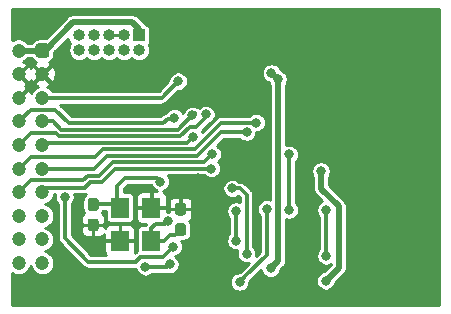
<source format=gbr>
%TF.GenerationSoftware,KiCad,Pcbnew,(5.1.7)-1*%
%TF.CreationDate,2020-11-11T21:59:56+01:00*%
%TF.ProjectId,rgb_ctrl_board,7267625f-6374-4726-9c5f-626f6172642e,rev?*%
%TF.SameCoordinates,Original*%
%TF.FileFunction,Copper,L2,Bot*%
%TF.FilePolarity,Positive*%
%FSLAX46Y46*%
G04 Gerber Fmt 4.6, Leading zero omitted, Abs format (unit mm)*
G04 Created by KiCad (PCBNEW (5.1.7)-1) date 2020-11-11 21:59:56*
%MOMM*%
%LPD*%
G01*
G04 APERTURE LIST*
%TA.AperFunction,ComponentPad*%
%ADD10O,1.000000X1.000000*%
%TD*%
%TA.AperFunction,ComponentPad*%
%ADD11R,1.000000X1.000000*%
%TD*%
%TA.AperFunction,SMDPad,CuDef*%
%ADD12R,1.540000X1.800000*%
%TD*%
%TA.AperFunction,ComponentPad*%
%ADD13C,1.200000*%
%TD*%
%TA.AperFunction,ViaPad*%
%ADD14C,0.800000*%
%TD*%
%TA.AperFunction,Conductor*%
%ADD15C,0.300000*%
%TD*%
%TA.AperFunction,Conductor*%
%ADD16C,0.500000*%
%TD*%
%TA.AperFunction,Conductor*%
%ADD17C,0.254000*%
%TD*%
%TA.AperFunction,Conductor*%
%ADD18C,0.100000*%
%TD*%
G04 APERTURE END LIST*
D10*
%TO.P,J3,10*%
%TO.N,/RESET*%
X117120000Y-110970000D03*
%TO.P,J3,9*%
%TO.N,GND*%
X117120000Y-109700000D03*
%TO.P,J3,8*%
%TO.N,N/C*%
X118390000Y-110970000D03*
%TO.P,J3,7*%
X118390000Y-109700000D03*
%TO.P,J3,6*%
X119660000Y-110970000D03*
%TO.P,J3,5*%
%TO.N,GND*%
X119660000Y-109700000D03*
%TO.P,J3,4*%
%TO.N,/SYS_SWCLK*%
X120930000Y-110970000D03*
%TO.P,J3,3*%
%TO.N,GND*%
X120930000Y-109700000D03*
%TO.P,J3,2*%
%TO.N,/SYS_SWDIO*%
X122200000Y-110970000D03*
D11*
%TO.P,J3,1*%
%TO.N,+3V3*%
X122200000Y-109700000D03*
%TD*%
D12*
%TO.P,Y1,4*%
%TO.N,GND*%
X120560000Y-127100000D03*
%TO.P,Y1,3*%
%TO.N,Net-(C16-Pad1)*%
X123240000Y-127100000D03*
%TO.P,Y1,2*%
%TO.N,GND*%
X123240000Y-124300000D03*
%TO.P,Y1,1*%
%TO.N,Net-(C15-Pad1)*%
X120560000Y-124300000D03*
%TD*%
%TO.P,C16,1*%
%TO.N,Net-(C16-Pad1)*%
%TA.AperFunction,SMDPad,CuDef*%
G36*
G01*
X125937500Y-126700000D02*
X125462500Y-126700000D01*
G75*
G02*
X125225000Y-126462500I0J237500D01*
G01*
X125225000Y-125862500D01*
G75*
G02*
X125462500Y-125625000I237500J0D01*
G01*
X125937500Y-125625000D01*
G75*
G02*
X126175000Y-125862500I0J-237500D01*
G01*
X126175000Y-126462500D01*
G75*
G02*
X125937500Y-126700000I-237500J0D01*
G01*
G37*
%TD.AperFunction*%
%TO.P,C16,2*%
%TO.N,GND*%
%TA.AperFunction,SMDPad,CuDef*%
G36*
G01*
X125937500Y-124975000D02*
X125462500Y-124975000D01*
G75*
G02*
X125225000Y-124737500I0J237500D01*
G01*
X125225000Y-124137500D01*
G75*
G02*
X125462500Y-123900000I237500J0D01*
G01*
X125937500Y-123900000D01*
G75*
G02*
X126175000Y-124137500I0J-237500D01*
G01*
X126175000Y-124737500D01*
G75*
G02*
X125937500Y-124975000I-237500J0D01*
G01*
G37*
%TD.AperFunction*%
%TD*%
%TO.P,C15,1*%
%TO.N,Net-(C15-Pad1)*%
%TA.AperFunction,SMDPad,CuDef*%
G36*
G01*
X118062500Y-123500000D02*
X118537500Y-123500000D01*
G75*
G02*
X118775000Y-123737500I0J-237500D01*
G01*
X118775000Y-124337500D01*
G75*
G02*
X118537500Y-124575000I-237500J0D01*
G01*
X118062500Y-124575000D01*
G75*
G02*
X117825000Y-124337500I0J237500D01*
G01*
X117825000Y-123737500D01*
G75*
G02*
X118062500Y-123500000I237500J0D01*
G01*
G37*
%TD.AperFunction*%
%TO.P,C15,2*%
%TO.N,GND*%
%TA.AperFunction,SMDPad,CuDef*%
G36*
G01*
X118062500Y-125225000D02*
X118537500Y-125225000D01*
G75*
G02*
X118775000Y-125462500I0J-237500D01*
G01*
X118775000Y-126062500D01*
G75*
G02*
X118537500Y-126300000I-237500J0D01*
G01*
X118062500Y-126300000D01*
G75*
G02*
X117825000Y-126062500I0J237500D01*
G01*
X117825000Y-125462500D01*
G75*
G02*
X118062500Y-125225000I237500J0D01*
G01*
G37*
%TD.AperFunction*%
%TD*%
D13*
%TO.P,J1,20*%
%TO.N,SCL1*%
X112000000Y-129000000D03*
%TO.P,J1,18*%
%TO.N,SCL2*%
X112000000Y-127000000D03*
%TO.P,J1,16*%
%TO.N,SCL3*%
X112000000Y-125000000D03*
%TO.P,J1,14*%
%TO.N,SCL4*%
X112000000Y-123000000D03*
%TO.P,J1,12*%
%TO.N,SCL5*%
X112000000Y-121000000D03*
%TO.P,J1,10*%
%TO.N,LED4*%
X112000000Y-119000000D03*
%TO.P,J1,8*%
%TO.N,LED2*%
X112000000Y-117000000D03*
%TO.P,J1,6*%
%TO.N,GND*%
X112000000Y-115000000D03*
%TO.P,J1,4*%
X112000000Y-113000000D03*
%TO.P,J1,2*%
%TO.N,+3V3*%
X112000000Y-111000000D03*
%TO.P,J1,19*%
%TO.N,SDA1*%
X114000000Y-129000000D03*
%TO.P,J1,17*%
%TO.N,SDA2*%
X114000000Y-127000000D03*
%TO.P,J1,15*%
%TO.N,SDA3*%
X114000000Y-125000000D03*
%TO.P,J1,13*%
%TO.N,SDA4*%
X114000000Y-123000000D03*
%TO.P,J1,11*%
%TO.N,SDA5*%
X114000000Y-121000000D03*
%TO.P,J1,9*%
%TO.N,LED5*%
X114000000Y-119000000D03*
%TO.P,J1,7*%
%TO.N,LED3*%
X114000000Y-117000000D03*
%TO.P,J1,5*%
%TO.N,LED1*%
X114000000Y-115000000D03*
%TO.P,J1,3*%
%TO.N,GND*%
X114000000Y-113000000D03*
%TO.P,J1,1*%
%TO.N,+3V3*%
%TA.AperFunction,ComponentPad*%
G36*
G01*
X113649999Y-110400000D02*
X114350001Y-110400000D01*
G75*
G02*
X114600000Y-110649999I0J-249999D01*
G01*
X114600000Y-111350001D01*
G75*
G02*
X114350001Y-111600000I-249999J0D01*
G01*
X113649999Y-111600000D01*
G75*
G02*
X113400000Y-111350001I0J249999D01*
G01*
X113400000Y-110649999D01*
G75*
G02*
X113649999Y-110400000I249999J0D01*
G01*
G37*
%TD.AperFunction*%
%TD*%
D14*
%TO.N,GND*%
X123500000Y-116300000D03*
X122200000Y-122800000D03*
X118500000Y-127700000D03*
X142500000Y-123800000D03*
X129400000Y-125400000D03*
X143000000Y-109000000D03*
X143000000Y-114000000D03*
X146000000Y-116000000D03*
X124000000Y-108000000D03*
X128000000Y-108000000D03*
X132000000Y-108000000D03*
X119000000Y-113000000D03*
X113000000Y-109000000D03*
X117000000Y-116000000D03*
X132000000Y-120000000D03*
X113000000Y-131000000D03*
X116000000Y-131000000D03*
X119000000Y-131000000D03*
X126000000Y-132000000D03*
X131000000Y-132000000D03*
X136000000Y-132000000D03*
X136000000Y-126000000D03*
X140000000Y-132000000D03*
X144000000Y-132000000D03*
X147000000Y-132000000D03*
X139700000Y-121500000D03*
X128000000Y-110800000D03*
X147000000Y-108000000D03*
X131500000Y-113200000D03*
X131862500Y-115837500D03*
X127200000Y-121800000D03*
X129700000Y-123700000D03*
X132200000Y-125800000D03*
X136300000Y-116800000D03*
%TO.N,Net-(C1-Pad1)*%
X134900000Y-124500000D03*
X134900000Y-119800000D03*
X138000000Y-130500000D03*
X137600000Y-121200000D03*
%TO.N,+3V3*%
X133400000Y-112900000D03*
X133950000Y-113450000D03*
X133347500Y-129447500D03*
X124800000Y-129100000D03*
X122732487Y-129310599D03*
%TO.N,/RESET*%
X125100000Y-127600000D03*
X115899990Y-123400000D03*
%TO.N,SCL4*%
X128380721Y-119780721D03*
%TO.N,SCL5*%
X132100000Y-117100000D03*
%TO.N,LED4*%
X127835326Y-116415139D03*
%TO.N,LED2*%
X125175000Y-116700000D03*
%TO.N,SDA4*%
X128300000Y-121000000D03*
%TO.N,SDA5*%
X131300000Y-117900000D03*
%TO.N,LED5*%
X126784110Y-118284110D03*
%TO.N,LED3*%
X126700000Y-116500000D03*
%TO.N,LED1*%
X125500000Y-113600000D03*
%TO.N,Net-(R2-Pad2)*%
X133000000Y-124400000D03*
X130700000Y-130600000D03*
%TO.N,Net-(R6-Pad1)*%
X138015686Y-124484314D03*
X138015686Y-128384314D03*
%TO.N,/USART1_Rx*%
X130075000Y-122675000D03*
X131300000Y-128200000D03*
%TO.N,/USART1_TX*%
X130400000Y-127100000D03*
X130400000Y-124600000D03*
%TO.N,Net-(C15-Pad1)*%
X124000000Y-122100000D03*
%TO.N,Net-(C16-Pad1)*%
X124599980Y-125472810D03*
%TD*%
D15*
%TO.N,GND*%
X120840000Y-127400000D02*
X120840000Y-127270000D01*
%TO.N,Net-(C1-Pad1)*%
X134900000Y-124500000D02*
X134900000Y-119800000D01*
D16*
X138000000Y-130500000D02*
X139100000Y-129400000D01*
X139100000Y-129400000D02*
X139100000Y-124200000D01*
X139100000Y-124200000D02*
X137600000Y-122700000D01*
X137600000Y-122700000D02*
X137600000Y-121200000D01*
%TO.N,+3V3*%
X112000000Y-111000000D02*
X114000000Y-111000000D01*
X114000000Y-111000000D02*
X114200000Y-111000000D01*
X121600000Y-108600000D02*
X122200000Y-109200000D01*
X122200000Y-109200000D02*
X122200000Y-109700000D01*
X116600000Y-108600000D02*
X121600000Y-108600000D01*
X114200000Y-111000000D02*
X116600000Y-108600000D01*
X133400000Y-112900000D02*
X133950000Y-113450000D01*
X133352500Y-129447500D02*
X133347500Y-129447500D01*
X133950000Y-128850000D02*
X133352500Y-129447500D01*
X133950000Y-113450000D02*
X133950000Y-128850000D01*
D15*
X124589401Y-129310599D02*
X124800000Y-129100000D01*
X122732487Y-129310599D02*
X124589401Y-129310599D01*
%TO.N,/RESET*%
X115899990Y-125499990D02*
X115899990Y-123400000D01*
X115899990Y-126899990D02*
X115899990Y-125499990D01*
X117900000Y-128900000D02*
X115899990Y-126899990D01*
X121900000Y-128900000D02*
X117900000Y-128900000D01*
X122289402Y-128510598D02*
X121900000Y-128900000D01*
X124189402Y-128510598D02*
X122289402Y-128510598D01*
X125100000Y-127600000D02*
X124189402Y-128510598D01*
%TO.N,SCL4*%
X127711453Y-120449989D02*
X128380721Y-119780721D01*
X118814355Y-121599978D02*
X119964344Y-120449989D01*
X117842780Y-121599978D02*
X118814355Y-121599978D01*
X117442758Y-122000000D02*
X117842780Y-121599978D01*
X113000000Y-122000000D02*
X117442758Y-122000000D01*
X112000000Y-123000000D02*
X113000000Y-122000000D01*
X119964344Y-120449989D02*
X127711453Y-120449989D01*
%TO.N,SCL5*%
X112000000Y-121000000D02*
X113000000Y-120000000D01*
X113000000Y-120000000D02*
X118500000Y-120000000D01*
X119150033Y-119349967D02*
X126902257Y-119349967D01*
X126902257Y-119349967D02*
X129152224Y-117100000D01*
X118500000Y-120000000D02*
X119150033Y-119349967D01*
X129152224Y-117100000D02*
X132100000Y-117100000D01*
%TO.N,LED4*%
X127249990Y-117250010D02*
X128100000Y-116400000D01*
X127835326Y-116415139D02*
X127835326Y-116664674D01*
X127500000Y-117000000D02*
X127249990Y-117250010D01*
X127835326Y-116664674D02*
X127500000Y-117000000D01*
X115372112Y-118249945D02*
X125686889Y-118249945D01*
X115122167Y-118000000D02*
X115372112Y-118249945D01*
X113000000Y-118000000D02*
X115122167Y-118000000D01*
X112000000Y-119000000D02*
X113000000Y-118000000D01*
X126468417Y-117468417D02*
X127031583Y-117468417D01*
X127031583Y-117468417D02*
X127249990Y-117250010D01*
X125686889Y-118249945D02*
X126468417Y-117468417D01*
%TO.N,LED2*%
X125175000Y-116800000D02*
X124600000Y-116800000D01*
X113000000Y-116000000D02*
X112000000Y-117000000D01*
X124250077Y-117149923D02*
X116249923Y-117149923D01*
X115100000Y-116000000D02*
X113000000Y-116000000D01*
X124600000Y-116800000D02*
X124250077Y-117149923D01*
X116249923Y-117149923D02*
X115100000Y-116000000D01*
%TO.N,SDA4*%
X128300000Y-121000000D02*
X120192166Y-121000000D01*
X117620592Y-122599999D02*
X114400001Y-122599999D01*
X114400001Y-122599999D02*
X114000000Y-123000000D01*
X120192166Y-121000000D02*
X119042177Y-122149989D01*
X119042177Y-122149989D02*
X118070602Y-122149989D01*
X118070602Y-122149989D02*
X117620592Y-122599999D01*
%TO.N,SDA5*%
X129130057Y-117900000D02*
X127130079Y-119899978D01*
X131300000Y-117900000D02*
X129130057Y-117900000D01*
X127130079Y-119899978D02*
X119500022Y-119899978D01*
X119500022Y-119899978D02*
X118400000Y-121000000D01*
X118400000Y-121000000D02*
X114000000Y-121000000D01*
%TO.N,LED5*%
X126268264Y-118799956D02*
X126784110Y-118284110D01*
X114200044Y-118799956D02*
X126268264Y-118799956D01*
X114000000Y-119000000D02*
X114200044Y-118799956D01*
%TO.N,LED3*%
X126859002Y-116300000D02*
X125459068Y-117699934D01*
X114900000Y-117000000D02*
X114000000Y-117000000D01*
X125459068Y-117699934D02*
X115599934Y-117699934D01*
X126900000Y-116300000D02*
X126859002Y-116300000D01*
X115599934Y-117699934D02*
X114900000Y-117000000D01*
%TO.N,LED1*%
X124100000Y-115000000D02*
X114000000Y-115000000D01*
X125500000Y-113600000D02*
X124100000Y-115000000D01*
%TO.N,Net-(R2-Pad2)*%
X133000000Y-124400000D02*
X133000000Y-128300000D01*
X133000000Y-128300000D02*
X131200000Y-130100000D01*
X131200000Y-130100000D02*
X130700000Y-130600000D01*
%TO.N,Net-(R6-Pad1)*%
X138015686Y-124484314D02*
X138015686Y-128384314D01*
%TO.N,/USART1_Rx*%
X131300000Y-124600000D02*
X131300000Y-123200000D01*
X131300000Y-124600000D02*
X131300000Y-128200000D01*
X130775000Y-122675000D02*
X130075000Y-122675000D01*
X131300000Y-123200000D02*
X130775000Y-122675000D01*
%TO.N,/USART1_TX*%
X130400000Y-124500000D02*
X130400000Y-124600000D01*
X130400000Y-127100000D02*
X130400000Y-124600000D01*
%TO.N,Net-(C15-Pad1)*%
X118400000Y-124037500D02*
X120322500Y-124037500D01*
X120360000Y-124300000D02*
X120360000Y-122440000D01*
X120360000Y-122440000D02*
X121000000Y-121800000D01*
X123700000Y-121800000D02*
X124000000Y-122100000D01*
X121000000Y-121800000D02*
X123700000Y-121800000D01*
%TO.N,Net-(C16-Pad1)*%
X124300000Y-127100000D02*
X123040000Y-127100000D01*
X124599980Y-125472810D02*
X124372790Y-125700000D01*
X124372790Y-125700000D02*
X123600000Y-125700000D01*
X123240000Y-126060000D02*
X123240000Y-127100000D01*
X123600000Y-125700000D02*
X123240000Y-126060000D01*
X125262500Y-126600000D02*
X125700000Y-126162500D01*
X124800000Y-126600000D02*
X125262500Y-126600000D01*
X124800000Y-126600000D02*
X124300000Y-127100000D01*
%TD*%
D17*
%TO.N,GND*%
X147548000Y-132548000D02*
X111452000Y-132548000D01*
X111452000Y-129869000D01*
X111513533Y-129910115D01*
X111700435Y-129987533D01*
X111898849Y-130027000D01*
X112101151Y-130027000D01*
X112299565Y-129987533D01*
X112486467Y-129910115D01*
X112654674Y-129797723D01*
X112797723Y-129654674D01*
X112910115Y-129486467D01*
X112987533Y-129299565D01*
X113000000Y-129236889D01*
X113012467Y-129299565D01*
X113089885Y-129486467D01*
X113202277Y-129654674D01*
X113345326Y-129797723D01*
X113513533Y-129910115D01*
X113700435Y-129987533D01*
X113898849Y-130027000D01*
X114101151Y-130027000D01*
X114299565Y-129987533D01*
X114486467Y-129910115D01*
X114654674Y-129797723D01*
X114797723Y-129654674D01*
X114910115Y-129486467D01*
X114987533Y-129299565D01*
X115027000Y-129101151D01*
X115027000Y-128898849D01*
X114987533Y-128700435D01*
X114910115Y-128513533D01*
X114797723Y-128345326D01*
X114654674Y-128202277D01*
X114486467Y-128089885D01*
X114299565Y-128012467D01*
X114236889Y-128000000D01*
X114299565Y-127987533D01*
X114486467Y-127910115D01*
X114654674Y-127797723D01*
X114797723Y-127654674D01*
X114910115Y-127486467D01*
X114987533Y-127299565D01*
X115027000Y-127101151D01*
X115027000Y-126898849D01*
X114987533Y-126700435D01*
X114910115Y-126513533D01*
X114797723Y-126345326D01*
X114654674Y-126202277D01*
X114486467Y-126089885D01*
X114299565Y-126012467D01*
X114236889Y-126000000D01*
X114299565Y-125987533D01*
X114486467Y-125910115D01*
X114654674Y-125797723D01*
X114797723Y-125654674D01*
X114910115Y-125486467D01*
X114987533Y-125299565D01*
X115027000Y-125101151D01*
X115027000Y-124898849D01*
X114987533Y-124700435D01*
X114910115Y-124513533D01*
X114797723Y-124345326D01*
X114654674Y-124202277D01*
X114486467Y-124089885D01*
X114299565Y-124012467D01*
X114236889Y-124000000D01*
X114299565Y-123987533D01*
X114486467Y-123910115D01*
X114654674Y-123797723D01*
X114797723Y-123654674D01*
X114910115Y-123486467D01*
X114987533Y-123299565D01*
X115011913Y-123176999D01*
X115101147Y-123176999D01*
X115072990Y-123318548D01*
X115072990Y-123481452D01*
X115104772Y-123641227D01*
X115167113Y-123791731D01*
X115257618Y-123927181D01*
X115322991Y-123992554D01*
X115322990Y-125528325D01*
X115322991Y-125528335D01*
X115322990Y-126871659D01*
X115320200Y-126899990D01*
X115331339Y-127013101D01*
X115336875Y-127031349D01*
X115364333Y-127121865D01*
X115417911Y-127222104D01*
X115490016Y-127309964D01*
X115512028Y-127328029D01*
X117471965Y-129287967D01*
X117490026Y-129309974D01*
X117512033Y-129328035D01*
X117512035Y-129328037D01*
X117528107Y-129341227D01*
X117577885Y-129382079D01*
X117678124Y-129435657D01*
X117786888Y-129468650D01*
X117871664Y-129477000D01*
X117871670Y-129477000D01*
X117899999Y-129479790D01*
X117928328Y-129477000D01*
X121871669Y-129477000D01*
X121900000Y-129479790D01*
X121922499Y-129477574D01*
X121937269Y-129551826D01*
X121999610Y-129702330D01*
X122090115Y-129837780D01*
X122205306Y-129952971D01*
X122340756Y-130043476D01*
X122491260Y-130105817D01*
X122651035Y-130137599D01*
X122813939Y-130137599D01*
X122973714Y-130105817D01*
X123124218Y-130043476D01*
X123259668Y-129952971D01*
X123325040Y-129887599D01*
X124540379Y-129887599D01*
X124558773Y-129895218D01*
X124718548Y-129927000D01*
X124881452Y-129927000D01*
X125041227Y-129895218D01*
X125191731Y-129832877D01*
X125327181Y-129742372D01*
X125442372Y-129627181D01*
X125532877Y-129491731D01*
X125595218Y-129341227D01*
X125627000Y-129181452D01*
X125627000Y-129018548D01*
X125595218Y-128858773D01*
X125532877Y-128708269D01*
X125442372Y-128572819D01*
X125327181Y-128457628D01*
X125258427Y-128411688D01*
X125341227Y-128395218D01*
X125491731Y-128332877D01*
X125627181Y-128242372D01*
X125742372Y-128127181D01*
X125832877Y-127991731D01*
X125895218Y-127841227D01*
X125927000Y-127681452D01*
X125927000Y-127518548D01*
X125895218Y-127358773D01*
X125832877Y-127208269D01*
X125779955Y-127129066D01*
X125937500Y-127129066D01*
X126067541Y-127116258D01*
X126192584Y-127078327D01*
X126307824Y-127016729D01*
X126408833Y-126933833D01*
X126491729Y-126832824D01*
X126553327Y-126717584D01*
X126591258Y-126592541D01*
X126604066Y-126462500D01*
X126604066Y-125862500D01*
X126591258Y-125732459D01*
X126553327Y-125607416D01*
X126491729Y-125492176D01*
X126441009Y-125430374D01*
X126469202Y-125415305D01*
X126549448Y-125349448D01*
X126615305Y-125269202D01*
X126664240Y-125177650D01*
X126694375Y-125078310D01*
X126704550Y-124975000D01*
X126702000Y-124592250D01*
X126570250Y-124460500D01*
X125723000Y-124460500D01*
X125723000Y-124480500D01*
X125677000Y-124480500D01*
X125677000Y-124460500D01*
X124829750Y-124460500D01*
X124698000Y-124592250D01*
X124697622Y-124649030D01*
X124681432Y-124645810D01*
X124537654Y-124645810D01*
X124537000Y-124454750D01*
X124405250Y-124323000D01*
X123263000Y-124323000D01*
X123263000Y-124343000D01*
X123217000Y-124343000D01*
X123217000Y-124323000D01*
X122074750Y-124323000D01*
X121943000Y-124454750D01*
X121940450Y-125200000D01*
X121950625Y-125303310D01*
X121980760Y-125402650D01*
X122029695Y-125494202D01*
X122095552Y-125574448D01*
X122175798Y-125640305D01*
X122267350Y-125689240D01*
X122366690Y-125719375D01*
X122470000Y-125729550D01*
X122765768Y-125728324D01*
X122757921Y-125737886D01*
X122740257Y-125770934D01*
X122470000Y-125770934D01*
X122386293Y-125779178D01*
X122305804Y-125803595D01*
X122231624Y-125843245D01*
X122166605Y-125896605D01*
X122113245Y-125961624D01*
X122073595Y-126035804D01*
X122049178Y-126116293D01*
X122040934Y-126200000D01*
X122040934Y-127989154D01*
X121967287Y-128028519D01*
X121879428Y-128100624D01*
X121861365Y-128122634D01*
X121835739Y-128148260D01*
X121849375Y-128103310D01*
X121859550Y-128000000D01*
X121857000Y-127254750D01*
X121725250Y-127123000D01*
X120583000Y-127123000D01*
X120583000Y-127143000D01*
X120537000Y-127143000D01*
X120537000Y-127123000D01*
X119394750Y-127123000D01*
X119263000Y-127254750D01*
X119260450Y-128000000D01*
X119270625Y-128103310D01*
X119300760Y-128202650D01*
X119349695Y-128294202D01*
X119373329Y-128323000D01*
X118139002Y-128323000D01*
X116476990Y-126660989D01*
X116476990Y-126300000D01*
X117295450Y-126300000D01*
X117305625Y-126403310D01*
X117335760Y-126502650D01*
X117384695Y-126594202D01*
X117450552Y-126674448D01*
X117530798Y-126740305D01*
X117622350Y-126789240D01*
X117721690Y-126819375D01*
X117825000Y-126829550D01*
X118145250Y-126827000D01*
X118277000Y-126695250D01*
X118277000Y-125785500D01*
X118323000Y-125785500D01*
X118323000Y-126695250D01*
X118454750Y-126827000D01*
X118775000Y-126829550D01*
X118878310Y-126819375D01*
X118977650Y-126789240D01*
X119069202Y-126740305D01*
X119149448Y-126674448D01*
X119215305Y-126594202D01*
X119261503Y-126507770D01*
X119263000Y-126945250D01*
X119394750Y-127077000D01*
X120537000Y-127077000D01*
X120537000Y-125804750D01*
X120583000Y-125804750D01*
X120583000Y-127077000D01*
X121725250Y-127077000D01*
X121857000Y-126945250D01*
X121859550Y-126200000D01*
X121849375Y-126096690D01*
X121819240Y-125997350D01*
X121770305Y-125905798D01*
X121704448Y-125825552D01*
X121624202Y-125759695D01*
X121532650Y-125710760D01*
X121433310Y-125680625D01*
X121330000Y-125670450D01*
X120714750Y-125673000D01*
X120583000Y-125804750D01*
X120537000Y-125804750D01*
X120405250Y-125673000D01*
X119790000Y-125670450D01*
X119686690Y-125680625D01*
X119587350Y-125710760D01*
X119495798Y-125759695D01*
X119415552Y-125825552D01*
X119349695Y-125905798D01*
X119302512Y-125994073D01*
X119302000Y-125917250D01*
X119170250Y-125785500D01*
X118323000Y-125785500D01*
X118277000Y-125785500D01*
X117429750Y-125785500D01*
X117298000Y-125917250D01*
X117295450Y-126300000D01*
X116476990Y-126300000D01*
X116476990Y-123992553D01*
X116542362Y-123927181D01*
X116632867Y-123791731D01*
X116695208Y-123641227D01*
X116726990Y-123481452D01*
X116726990Y-123318548D01*
X116698833Y-123176999D01*
X117592261Y-123176999D01*
X117620592Y-123179789D01*
X117648923Y-123176999D01*
X117648928Y-123176999D01*
X117678637Y-123174073D01*
X117716329Y-123170361D01*
X117692176Y-123183271D01*
X117591167Y-123266167D01*
X117508271Y-123367176D01*
X117446673Y-123482416D01*
X117408742Y-123607459D01*
X117395934Y-123737500D01*
X117395934Y-124337500D01*
X117408742Y-124467541D01*
X117446673Y-124592584D01*
X117508271Y-124707824D01*
X117558991Y-124769626D01*
X117530798Y-124784695D01*
X117450552Y-124850552D01*
X117384695Y-124930798D01*
X117335760Y-125022350D01*
X117305625Y-125121690D01*
X117295450Y-125225000D01*
X117298000Y-125607750D01*
X117429750Y-125739500D01*
X118277000Y-125739500D01*
X118277000Y-125719500D01*
X118323000Y-125719500D01*
X118323000Y-125739500D01*
X119170250Y-125739500D01*
X119302000Y-125607750D01*
X119304550Y-125225000D01*
X119294375Y-125121690D01*
X119264240Y-125022350D01*
X119215305Y-124930798D01*
X119149448Y-124850552D01*
X119069202Y-124784695D01*
X119041009Y-124769626D01*
X119091729Y-124707824D01*
X119141612Y-124614500D01*
X119360934Y-124614500D01*
X119360934Y-125200000D01*
X119369178Y-125283707D01*
X119393595Y-125364196D01*
X119433245Y-125438376D01*
X119486605Y-125503395D01*
X119551624Y-125556755D01*
X119625804Y-125596405D01*
X119706293Y-125620822D01*
X119790000Y-125629066D01*
X121330000Y-125629066D01*
X121413707Y-125620822D01*
X121494196Y-125596405D01*
X121568376Y-125556755D01*
X121633395Y-125503395D01*
X121686755Y-125438376D01*
X121726405Y-125364196D01*
X121750822Y-125283707D01*
X121759066Y-125200000D01*
X121759066Y-123400000D01*
X121940450Y-123400000D01*
X121943000Y-124145250D01*
X122074750Y-124277000D01*
X123217000Y-124277000D01*
X123217000Y-123004750D01*
X123085250Y-122873000D01*
X122470000Y-122870450D01*
X122366690Y-122880625D01*
X122267350Y-122910760D01*
X122175798Y-122959695D01*
X122095552Y-123025552D01*
X122029695Y-123105798D01*
X121980760Y-123197350D01*
X121950625Y-123296690D01*
X121940450Y-123400000D01*
X121759066Y-123400000D01*
X121750822Y-123316293D01*
X121726405Y-123235804D01*
X121686755Y-123161624D01*
X121633395Y-123096605D01*
X121568376Y-123043245D01*
X121494196Y-123003595D01*
X121413707Y-122979178D01*
X121330000Y-122970934D01*
X120937000Y-122970934D01*
X120937000Y-122679001D01*
X121239001Y-122377000D01*
X123219600Y-122377000D01*
X123267123Y-122491731D01*
X123357628Y-122627181D01*
X123472819Y-122742372D01*
X123608269Y-122832877D01*
X123702059Y-122871726D01*
X123394750Y-122873000D01*
X123263000Y-123004750D01*
X123263000Y-124277000D01*
X124405250Y-124277000D01*
X124537000Y-124145250D01*
X124537839Y-123900000D01*
X124695450Y-123900000D01*
X124698000Y-124282750D01*
X124829750Y-124414500D01*
X125677000Y-124414500D01*
X125677000Y-123504750D01*
X125723000Y-123504750D01*
X125723000Y-124414500D01*
X126570250Y-124414500D01*
X126702000Y-124282750D01*
X126704550Y-123900000D01*
X126694375Y-123796690D01*
X126664240Y-123697350D01*
X126615305Y-123605798D01*
X126549448Y-123525552D01*
X126469202Y-123459695D01*
X126377650Y-123410760D01*
X126278310Y-123380625D01*
X126175000Y-123370450D01*
X125854750Y-123373000D01*
X125723000Y-123504750D01*
X125677000Y-123504750D01*
X125545250Y-123373000D01*
X125225000Y-123370450D01*
X125121690Y-123380625D01*
X125022350Y-123410760D01*
X124930798Y-123459695D01*
X124850552Y-123525552D01*
X124784695Y-123605798D01*
X124735760Y-123697350D01*
X124705625Y-123796690D01*
X124695450Y-123900000D01*
X124537839Y-123900000D01*
X124539550Y-123400000D01*
X124529375Y-123296690D01*
X124499240Y-123197350D01*
X124450305Y-123105798D01*
X124384448Y-123025552D01*
X124304202Y-122959695D01*
X124212650Y-122910760D01*
X124193024Y-122904806D01*
X124241227Y-122895218D01*
X124391731Y-122832877D01*
X124527181Y-122742372D01*
X124642372Y-122627181D01*
X124664844Y-122593548D01*
X129248000Y-122593548D01*
X129248000Y-122756452D01*
X129279782Y-122916227D01*
X129342123Y-123066731D01*
X129432628Y-123202181D01*
X129547819Y-123317372D01*
X129683269Y-123407877D01*
X129833773Y-123470218D01*
X129993548Y-123502000D01*
X130156452Y-123502000D01*
X130316227Y-123470218D01*
X130466731Y-123407877D01*
X130601695Y-123317697D01*
X130723001Y-123439002D01*
X130723001Y-123838654D01*
X130641227Y-123804782D01*
X130481452Y-123773000D01*
X130318548Y-123773000D01*
X130158773Y-123804782D01*
X130008269Y-123867123D01*
X129872819Y-123957628D01*
X129757628Y-124072819D01*
X129667123Y-124208269D01*
X129604782Y-124358773D01*
X129573000Y-124518548D01*
X129573000Y-124681452D01*
X129604782Y-124841227D01*
X129667123Y-124991731D01*
X129757628Y-125127181D01*
X129823001Y-125192554D01*
X129823000Y-126507447D01*
X129757628Y-126572819D01*
X129667123Y-126708269D01*
X129604782Y-126858773D01*
X129573000Y-127018548D01*
X129573000Y-127181452D01*
X129604782Y-127341227D01*
X129667123Y-127491731D01*
X129757628Y-127627181D01*
X129872819Y-127742372D01*
X130008269Y-127832877D01*
X130158773Y-127895218D01*
X130318548Y-127927000D01*
X130481452Y-127927000D01*
X130521219Y-127919090D01*
X130504782Y-127958773D01*
X130473000Y-128118548D01*
X130473000Y-128281452D01*
X130504782Y-128441227D01*
X130567123Y-128591731D01*
X130657628Y-128727181D01*
X130772819Y-128842372D01*
X130908269Y-128932877D01*
X131058773Y-128995218D01*
X131218548Y-129027000D01*
X131381452Y-129027000D01*
X131475758Y-129008241D01*
X130710999Y-129773000D01*
X130618548Y-129773000D01*
X130458773Y-129804782D01*
X130308269Y-129867123D01*
X130172819Y-129957628D01*
X130057628Y-130072819D01*
X129967123Y-130208269D01*
X129904782Y-130358773D01*
X129873000Y-130518548D01*
X129873000Y-130681452D01*
X129904782Y-130841227D01*
X129967123Y-130991731D01*
X130057628Y-131127181D01*
X130172819Y-131242372D01*
X130308269Y-131332877D01*
X130458773Y-131395218D01*
X130618548Y-131427000D01*
X130781452Y-131427000D01*
X130941227Y-131395218D01*
X131091731Y-131332877D01*
X131227181Y-131242372D01*
X131342372Y-131127181D01*
X131432877Y-130991731D01*
X131495218Y-130841227D01*
X131527000Y-130681452D01*
X131527000Y-130589001D01*
X132531541Y-129584460D01*
X132552282Y-129688727D01*
X132614623Y-129839231D01*
X132705128Y-129974681D01*
X132820319Y-130089872D01*
X132955769Y-130180377D01*
X133106273Y-130242718D01*
X133266048Y-130274500D01*
X133428952Y-130274500D01*
X133588727Y-130242718D01*
X133739231Y-130180377D01*
X133874681Y-130089872D01*
X133989872Y-129974681D01*
X134080377Y-129839231D01*
X134142718Y-129688727D01*
X134161099Y-129596324D01*
X134405201Y-129352222D01*
X134431027Y-129331027D01*
X134456848Y-129299565D01*
X134515628Y-129227941D01*
X134578492Y-129110330D01*
X134617204Y-128982715D01*
X134630275Y-128850000D01*
X134627000Y-128816748D01*
X134627000Y-125282057D01*
X134658773Y-125295218D01*
X134818548Y-125327000D01*
X134981452Y-125327000D01*
X135141227Y-125295218D01*
X135291731Y-125232877D01*
X135427181Y-125142372D01*
X135542372Y-125027181D01*
X135632877Y-124891731D01*
X135695218Y-124741227D01*
X135727000Y-124581452D01*
X135727000Y-124418548D01*
X135695218Y-124258773D01*
X135632877Y-124108269D01*
X135542372Y-123972819D01*
X135477000Y-123907447D01*
X135477000Y-121118548D01*
X136773000Y-121118548D01*
X136773000Y-121281452D01*
X136804782Y-121441227D01*
X136867123Y-121591731D01*
X136923001Y-121675358D01*
X136923000Y-122666755D01*
X136919726Y-122700000D01*
X136923000Y-122733245D01*
X136923000Y-122733251D01*
X136931729Y-122821876D01*
X136932796Y-122832714D01*
X136971508Y-122960329D01*
X137034372Y-123077940D01*
X137081739Y-123135656D01*
X137118973Y-123181026D01*
X137144800Y-123202222D01*
X137673495Y-123730917D01*
X137623955Y-123751437D01*
X137488505Y-123841942D01*
X137373314Y-123957133D01*
X137282809Y-124092583D01*
X137220468Y-124243087D01*
X137188686Y-124402862D01*
X137188686Y-124565766D01*
X137220468Y-124725541D01*
X137282809Y-124876045D01*
X137373314Y-125011495D01*
X137438686Y-125076867D01*
X137438687Y-127791760D01*
X137373314Y-127857133D01*
X137282809Y-127992583D01*
X137220468Y-128143087D01*
X137188686Y-128302862D01*
X137188686Y-128465766D01*
X137220468Y-128625541D01*
X137282809Y-128776045D01*
X137373314Y-128911495D01*
X137488505Y-129026686D01*
X137623955Y-129117191D01*
X137774459Y-129179532D01*
X137934234Y-129211314D01*
X138097138Y-129211314D01*
X138256913Y-129179532D01*
X138407417Y-129117191D01*
X138423000Y-129106779D01*
X138423000Y-129119577D01*
X137857418Y-129685160D01*
X137758773Y-129704782D01*
X137608269Y-129767123D01*
X137472819Y-129857628D01*
X137357628Y-129972819D01*
X137267123Y-130108269D01*
X137204782Y-130258773D01*
X137173000Y-130418548D01*
X137173000Y-130581452D01*
X137204782Y-130741227D01*
X137267123Y-130891731D01*
X137357628Y-131027181D01*
X137472819Y-131142372D01*
X137608269Y-131232877D01*
X137758773Y-131295218D01*
X137918548Y-131327000D01*
X138081452Y-131327000D01*
X138241227Y-131295218D01*
X138391731Y-131232877D01*
X138527181Y-131142372D01*
X138642372Y-131027181D01*
X138732877Y-130891731D01*
X138795218Y-130741227D01*
X138814840Y-130642582D01*
X139555205Y-129902217D01*
X139581026Y-129881027D01*
X139602218Y-129855205D01*
X139602224Y-129855199D01*
X139665628Y-129777941D01*
X139728492Y-129660330D01*
X139767204Y-129532715D01*
X139771759Y-129486467D01*
X139777000Y-129433252D01*
X139777000Y-129433245D01*
X139780274Y-129400000D01*
X139777000Y-129366755D01*
X139777000Y-124233241D01*
X139780274Y-124199999D01*
X139777000Y-124166757D01*
X139777000Y-124166748D01*
X139767204Y-124067285D01*
X139728492Y-123939670D01*
X139665628Y-123822059D01*
X139581027Y-123718973D01*
X139555196Y-123697774D01*
X138277000Y-122419578D01*
X138277000Y-121675357D01*
X138332877Y-121591731D01*
X138395218Y-121441227D01*
X138427000Y-121281452D01*
X138427000Y-121118548D01*
X138395218Y-120958773D01*
X138332877Y-120808269D01*
X138242372Y-120672819D01*
X138127181Y-120557628D01*
X137991731Y-120467123D01*
X137841227Y-120404782D01*
X137681452Y-120373000D01*
X137518548Y-120373000D01*
X137358773Y-120404782D01*
X137208269Y-120467123D01*
X137072819Y-120557628D01*
X136957628Y-120672819D01*
X136867123Y-120808269D01*
X136804782Y-120958773D01*
X136773000Y-121118548D01*
X135477000Y-121118548D01*
X135477000Y-120392553D01*
X135542372Y-120327181D01*
X135632877Y-120191731D01*
X135695218Y-120041227D01*
X135727000Y-119881452D01*
X135727000Y-119718548D01*
X135695218Y-119558773D01*
X135632877Y-119408269D01*
X135542372Y-119272819D01*
X135427181Y-119157628D01*
X135291731Y-119067123D01*
X135141227Y-119004782D01*
X134981452Y-118973000D01*
X134818548Y-118973000D01*
X134658773Y-119004782D01*
X134627000Y-119017943D01*
X134627000Y-113925357D01*
X134682877Y-113841731D01*
X134745218Y-113691227D01*
X134777000Y-113531452D01*
X134777000Y-113368548D01*
X134745218Y-113208773D01*
X134682877Y-113058269D01*
X134592372Y-112922819D01*
X134477181Y-112807628D01*
X134341731Y-112717123D01*
X134194049Y-112655951D01*
X134132877Y-112508269D01*
X134042372Y-112372819D01*
X133927181Y-112257628D01*
X133791731Y-112167123D01*
X133641227Y-112104782D01*
X133481452Y-112073000D01*
X133318548Y-112073000D01*
X133158773Y-112104782D01*
X133008269Y-112167123D01*
X132872819Y-112257628D01*
X132757628Y-112372819D01*
X132667123Y-112508269D01*
X132604782Y-112658773D01*
X132573000Y-112818548D01*
X132573000Y-112981452D01*
X132604782Y-113141227D01*
X132667123Y-113291731D01*
X132757628Y-113427181D01*
X132872819Y-113542372D01*
X133008269Y-113632877D01*
X133155951Y-113694049D01*
X133217123Y-113841731D01*
X133273000Y-113925357D01*
X133273001Y-123617943D01*
X133241227Y-123604782D01*
X133081452Y-123573000D01*
X132918548Y-123573000D01*
X132758773Y-123604782D01*
X132608269Y-123667123D01*
X132472819Y-123757628D01*
X132357628Y-123872819D01*
X132267123Y-124008269D01*
X132204782Y-124158773D01*
X132173000Y-124318548D01*
X132173000Y-124481452D01*
X132204782Y-124641227D01*
X132267123Y-124791731D01*
X132357628Y-124927181D01*
X132423000Y-124992553D01*
X132423001Y-128060998D01*
X132108241Y-128375758D01*
X132127000Y-128281452D01*
X132127000Y-128118548D01*
X132095218Y-127958773D01*
X132032877Y-127808269D01*
X131942372Y-127672819D01*
X131877000Y-127607447D01*
X131877000Y-123228328D01*
X131879790Y-123199999D01*
X131877000Y-123171670D01*
X131877000Y-123171664D01*
X131868650Y-123086888D01*
X131835657Y-122978124D01*
X131782079Y-122877885D01*
X131709974Y-122790026D01*
X131687967Y-122771965D01*
X131203039Y-122287038D01*
X131184974Y-122265026D01*
X131097115Y-122192921D01*
X130996876Y-122139343D01*
X130926257Y-122117921D01*
X130888111Y-122106349D01*
X130833045Y-122100926D01*
X130803336Y-122098000D01*
X130803331Y-122098000D01*
X130775000Y-122095210D01*
X130746669Y-122098000D01*
X130667553Y-122098000D01*
X130602181Y-122032628D01*
X130466731Y-121942123D01*
X130316227Y-121879782D01*
X130156452Y-121848000D01*
X129993548Y-121848000D01*
X129833773Y-121879782D01*
X129683269Y-121942123D01*
X129547819Y-122032628D01*
X129432628Y-122147819D01*
X129342123Y-122283269D01*
X129279782Y-122433773D01*
X129248000Y-122593548D01*
X124664844Y-122593548D01*
X124732877Y-122491731D01*
X124795218Y-122341227D01*
X124827000Y-122181452D01*
X124827000Y-122018548D01*
X124795218Y-121858773D01*
X124732877Y-121708269D01*
X124645166Y-121577000D01*
X127707447Y-121577000D01*
X127772819Y-121642372D01*
X127908269Y-121732877D01*
X128058773Y-121795218D01*
X128218548Y-121827000D01*
X128381452Y-121827000D01*
X128541227Y-121795218D01*
X128691731Y-121732877D01*
X128827181Y-121642372D01*
X128942372Y-121527181D01*
X129032877Y-121391731D01*
X129095218Y-121241227D01*
X129127000Y-121081452D01*
X129127000Y-120918548D01*
X129095218Y-120758773D01*
X129032877Y-120608269D01*
X128942372Y-120472819D01*
X128898757Y-120429204D01*
X128907902Y-120423093D01*
X129023093Y-120307902D01*
X129113598Y-120172452D01*
X129175939Y-120021948D01*
X129207721Y-119862173D01*
X129207721Y-119699269D01*
X129175939Y-119539494D01*
X129113598Y-119388990D01*
X129023093Y-119253540D01*
X128907902Y-119138349D01*
X128787896Y-119058163D01*
X129369059Y-118477000D01*
X130707447Y-118477000D01*
X130772819Y-118542372D01*
X130908269Y-118632877D01*
X131058773Y-118695218D01*
X131218548Y-118727000D01*
X131381452Y-118727000D01*
X131541227Y-118695218D01*
X131691731Y-118632877D01*
X131827181Y-118542372D01*
X131942372Y-118427181D01*
X132032877Y-118291731D01*
X132095218Y-118141227D01*
X132127000Y-117981452D01*
X132127000Y-117927000D01*
X132181452Y-117927000D01*
X132341227Y-117895218D01*
X132491731Y-117832877D01*
X132627181Y-117742372D01*
X132742372Y-117627181D01*
X132832877Y-117491731D01*
X132895218Y-117341227D01*
X132927000Y-117181452D01*
X132927000Y-117018548D01*
X132895218Y-116858773D01*
X132832877Y-116708269D01*
X132742372Y-116572819D01*
X132627181Y-116457628D01*
X132491731Y-116367123D01*
X132341227Y-116304782D01*
X132181452Y-116273000D01*
X132018548Y-116273000D01*
X131858773Y-116304782D01*
X131708269Y-116367123D01*
X131572819Y-116457628D01*
X131507447Y-116523000D01*
X129180555Y-116523000D01*
X129152224Y-116520210D01*
X129123893Y-116523000D01*
X129123888Y-116523000D01*
X129097110Y-116525637D01*
X129039112Y-116531349D01*
X128975006Y-116550796D01*
X128930348Y-116564343D01*
X128830109Y-116617921D01*
X128742250Y-116690026D01*
X128724185Y-116712038D01*
X127524853Y-117911370D01*
X127516987Y-117892379D01*
X127479590Y-117836411D01*
X128126215Y-117189786D01*
X128227057Y-117148016D01*
X128362507Y-117057511D01*
X128477698Y-116942320D01*
X128568203Y-116806870D01*
X128630544Y-116656366D01*
X128640734Y-116605136D01*
X128668651Y-116513112D01*
X128679791Y-116400000D01*
X128668651Y-116286889D01*
X128635656Y-116178124D01*
X128620694Y-116150131D01*
X128568203Y-116023408D01*
X128477698Y-115887958D01*
X128362507Y-115772767D01*
X128227057Y-115682262D01*
X128076553Y-115619921D01*
X127916778Y-115588139D01*
X127753874Y-115588139D01*
X127594099Y-115619921D01*
X127443595Y-115682262D01*
X127308145Y-115772767D01*
X127244566Y-115836346D01*
X127222115Y-115817921D01*
X127121876Y-115764343D01*
X127013112Y-115731350D01*
X127002952Y-115730349D01*
X126941227Y-115704782D01*
X126781452Y-115673000D01*
X126618548Y-115673000D01*
X126458773Y-115704782D01*
X126308269Y-115767123D01*
X126172819Y-115857628D01*
X126057628Y-115972819D01*
X125967123Y-116108269D01*
X125904782Y-116258773D01*
X125897905Y-116293345D01*
X125817372Y-116172819D01*
X125702181Y-116057628D01*
X125566731Y-115967123D01*
X125416227Y-115904782D01*
X125256452Y-115873000D01*
X125093548Y-115873000D01*
X124933773Y-115904782D01*
X124783269Y-115967123D01*
X124647819Y-116057628D01*
X124532628Y-116172819D01*
X124493987Y-116230650D01*
X124486888Y-116231349D01*
X124422782Y-116250796D01*
X124378124Y-116264343D01*
X124277885Y-116317921D01*
X124190026Y-116390026D01*
X124171957Y-116412043D01*
X124011076Y-116572923D01*
X116488924Y-116572923D01*
X115528039Y-115612038D01*
X115509974Y-115590026D01*
X115494102Y-115577000D01*
X124071669Y-115577000D01*
X124100000Y-115579790D01*
X124128331Y-115577000D01*
X124128336Y-115577000D01*
X124158045Y-115574074D01*
X124213111Y-115568651D01*
X124257770Y-115555103D01*
X124321876Y-115535657D01*
X124422115Y-115482079D01*
X124509974Y-115409974D01*
X124528039Y-115387962D01*
X125489002Y-114427000D01*
X125581452Y-114427000D01*
X125741227Y-114395218D01*
X125891731Y-114332877D01*
X126027181Y-114242372D01*
X126142372Y-114127181D01*
X126232877Y-113991731D01*
X126295218Y-113841227D01*
X126327000Y-113681452D01*
X126327000Y-113518548D01*
X126295218Y-113358773D01*
X126232877Y-113208269D01*
X126142372Y-113072819D01*
X126027181Y-112957628D01*
X125891731Y-112867123D01*
X125741227Y-112804782D01*
X125581452Y-112773000D01*
X125418548Y-112773000D01*
X125258773Y-112804782D01*
X125108269Y-112867123D01*
X124972819Y-112957628D01*
X124857628Y-113072819D01*
X124767123Y-113208269D01*
X124704782Y-113358773D01*
X124673000Y-113518548D01*
X124673000Y-113610998D01*
X123860999Y-114423000D01*
X114849623Y-114423000D01*
X114797723Y-114345326D01*
X114654674Y-114202277D01*
X114486467Y-114089885D01*
X114405760Y-114056455D01*
X114413459Y-114054278D01*
X114611195Y-113953358D01*
X114646895Y-113929504D01*
X114691154Y-113723681D01*
X114000000Y-113032527D01*
X113308846Y-113723681D01*
X113353105Y-113929504D01*
X113546873Y-114037847D01*
X113598645Y-114054630D01*
X113513533Y-114089885D01*
X113345326Y-114202277D01*
X113202277Y-114345326D01*
X113089885Y-114513533D01*
X113056455Y-114594240D01*
X113054278Y-114586541D01*
X112953358Y-114388805D01*
X112929504Y-114353105D01*
X112723681Y-114308846D01*
X112032527Y-115000000D01*
X112046669Y-115014142D01*
X112014142Y-115046669D01*
X112000000Y-115032527D01*
X111985858Y-115046669D01*
X111953331Y-115014142D01*
X111967473Y-115000000D01*
X111953331Y-114985858D01*
X111985858Y-114953331D01*
X112000000Y-114967473D01*
X112691154Y-114276319D01*
X112646895Y-114070496D01*
X112520334Y-113999731D01*
X112611195Y-113953358D01*
X112646895Y-113929504D01*
X112691154Y-113723681D01*
X112000000Y-113032527D01*
X111985858Y-113046669D01*
X111953331Y-113014142D01*
X111967473Y-113000000D01*
X112032527Y-113000000D01*
X112723681Y-113691154D01*
X112929504Y-113646895D01*
X113000269Y-113520334D01*
X113046642Y-113611195D01*
X113070496Y-113646895D01*
X113276319Y-113691154D01*
X113967473Y-113000000D01*
X114032527Y-113000000D01*
X114723681Y-113691154D01*
X114929504Y-113646895D01*
X115037847Y-113453127D01*
X115106305Y-113241946D01*
X115132249Y-113021468D01*
X115114682Y-112800165D01*
X115054278Y-112586541D01*
X114953358Y-112388805D01*
X114929504Y-112353105D01*
X114723681Y-112308846D01*
X114032527Y-113000000D01*
X113967473Y-113000000D01*
X113276319Y-112308846D01*
X113070496Y-112353105D01*
X112999731Y-112479666D01*
X112953358Y-112388805D01*
X112929504Y-112353105D01*
X112723681Y-112308846D01*
X112032527Y-113000000D01*
X111967473Y-113000000D01*
X111953331Y-112985858D01*
X111985858Y-112953331D01*
X112000000Y-112967473D01*
X112691154Y-112276319D01*
X112646895Y-112070496D01*
X112453127Y-111962153D01*
X112401355Y-111945370D01*
X112486467Y-111910115D01*
X112654674Y-111797723D01*
X112775397Y-111677000D01*
X113058508Y-111677000D01*
X113085377Y-111727269D01*
X113169828Y-111830172D01*
X113272731Y-111914623D01*
X113390132Y-111977375D01*
X113474423Y-112002945D01*
X113388805Y-112046642D01*
X113353105Y-112070496D01*
X113308846Y-112276319D01*
X114000000Y-112967473D01*
X114691154Y-112276319D01*
X114646895Y-112070496D01*
X114525904Y-112002845D01*
X114609868Y-111977375D01*
X114727269Y-111914623D01*
X114830172Y-111830172D01*
X114914623Y-111727269D01*
X114977375Y-111609868D01*
X115016018Y-111482480D01*
X115029066Y-111350001D01*
X115029066Y-111128356D01*
X116146001Y-110011422D01*
X116164678Y-110076952D01*
X116256574Y-110256083D01*
X116378974Y-110410468D01*
X116298504Y-110530901D01*
X116228624Y-110699604D01*
X116193000Y-110878699D01*
X116193000Y-111061301D01*
X116228624Y-111240396D01*
X116298504Y-111409099D01*
X116399952Y-111560928D01*
X116529072Y-111690048D01*
X116680901Y-111791496D01*
X116849604Y-111861376D01*
X117028699Y-111897000D01*
X117211301Y-111897000D01*
X117390396Y-111861376D01*
X117559099Y-111791496D01*
X117710928Y-111690048D01*
X117755000Y-111645976D01*
X117799072Y-111690048D01*
X117950901Y-111791496D01*
X118119604Y-111861376D01*
X118298699Y-111897000D01*
X118481301Y-111897000D01*
X118660396Y-111861376D01*
X118829099Y-111791496D01*
X118980928Y-111690048D01*
X119025000Y-111645976D01*
X119069072Y-111690048D01*
X119220901Y-111791496D01*
X119389604Y-111861376D01*
X119568699Y-111897000D01*
X119751301Y-111897000D01*
X119930396Y-111861376D01*
X120099099Y-111791496D01*
X120250928Y-111690048D01*
X120295000Y-111645976D01*
X120339072Y-111690048D01*
X120490901Y-111791496D01*
X120659604Y-111861376D01*
X120838699Y-111897000D01*
X121021301Y-111897000D01*
X121200396Y-111861376D01*
X121369099Y-111791496D01*
X121520928Y-111690048D01*
X121565000Y-111645976D01*
X121609072Y-111690048D01*
X121760901Y-111791496D01*
X121929604Y-111861376D01*
X122108699Y-111897000D01*
X122291301Y-111897000D01*
X122470396Y-111861376D01*
X122639099Y-111791496D01*
X122790928Y-111690048D01*
X122920048Y-111560928D01*
X123021496Y-111409099D01*
X123091376Y-111240396D01*
X123127000Y-111061301D01*
X123127000Y-110878699D01*
X123091376Y-110699604D01*
X123021496Y-110530901D01*
X123003216Y-110503542D01*
X123003395Y-110503395D01*
X123056755Y-110438376D01*
X123096405Y-110364196D01*
X123120822Y-110283707D01*
X123129066Y-110200000D01*
X123129066Y-109200000D01*
X123120822Y-109116293D01*
X123096405Y-109035804D01*
X123056755Y-108961624D01*
X123003395Y-108896605D01*
X122938376Y-108843245D01*
X122864196Y-108803595D01*
X122783707Y-108779178D01*
X122725751Y-108773470D01*
X122681026Y-108718973D01*
X122655200Y-108697778D01*
X122102226Y-108144804D01*
X122081027Y-108118973D01*
X121977941Y-108034372D01*
X121860330Y-107971508D01*
X121732715Y-107932796D01*
X121633252Y-107923000D01*
X121633245Y-107923000D01*
X121600000Y-107919726D01*
X121566755Y-107923000D01*
X116633252Y-107923000D01*
X116600000Y-107919725D01*
X116566748Y-107923000D01*
X116467285Y-107932796D01*
X116339670Y-107971508D01*
X116222059Y-108034372D01*
X116118973Y-108118973D01*
X116097778Y-108144799D01*
X114271644Y-109970934D01*
X113649999Y-109970934D01*
X113517520Y-109983982D01*
X113390132Y-110022625D01*
X113272731Y-110085377D01*
X113169828Y-110169828D01*
X113085377Y-110272731D01*
X113058508Y-110323000D01*
X112775397Y-110323000D01*
X112654674Y-110202277D01*
X112486467Y-110089885D01*
X112299565Y-110012467D01*
X112101151Y-109973000D01*
X111898849Y-109973000D01*
X111700435Y-110012467D01*
X111513533Y-110089885D01*
X111452000Y-110131000D01*
X111452000Y-107452000D01*
X147548001Y-107452000D01*
X147548000Y-132548000D01*
%TA.AperFunction,Conductor*%
D18*
G36*
X147548000Y-132548000D02*
G01*
X111452000Y-132548000D01*
X111452000Y-129869000D01*
X111513533Y-129910115D01*
X111700435Y-129987533D01*
X111898849Y-130027000D01*
X112101151Y-130027000D01*
X112299565Y-129987533D01*
X112486467Y-129910115D01*
X112654674Y-129797723D01*
X112797723Y-129654674D01*
X112910115Y-129486467D01*
X112987533Y-129299565D01*
X113000000Y-129236889D01*
X113012467Y-129299565D01*
X113089885Y-129486467D01*
X113202277Y-129654674D01*
X113345326Y-129797723D01*
X113513533Y-129910115D01*
X113700435Y-129987533D01*
X113898849Y-130027000D01*
X114101151Y-130027000D01*
X114299565Y-129987533D01*
X114486467Y-129910115D01*
X114654674Y-129797723D01*
X114797723Y-129654674D01*
X114910115Y-129486467D01*
X114987533Y-129299565D01*
X115027000Y-129101151D01*
X115027000Y-128898849D01*
X114987533Y-128700435D01*
X114910115Y-128513533D01*
X114797723Y-128345326D01*
X114654674Y-128202277D01*
X114486467Y-128089885D01*
X114299565Y-128012467D01*
X114236889Y-128000000D01*
X114299565Y-127987533D01*
X114486467Y-127910115D01*
X114654674Y-127797723D01*
X114797723Y-127654674D01*
X114910115Y-127486467D01*
X114987533Y-127299565D01*
X115027000Y-127101151D01*
X115027000Y-126898849D01*
X114987533Y-126700435D01*
X114910115Y-126513533D01*
X114797723Y-126345326D01*
X114654674Y-126202277D01*
X114486467Y-126089885D01*
X114299565Y-126012467D01*
X114236889Y-126000000D01*
X114299565Y-125987533D01*
X114486467Y-125910115D01*
X114654674Y-125797723D01*
X114797723Y-125654674D01*
X114910115Y-125486467D01*
X114987533Y-125299565D01*
X115027000Y-125101151D01*
X115027000Y-124898849D01*
X114987533Y-124700435D01*
X114910115Y-124513533D01*
X114797723Y-124345326D01*
X114654674Y-124202277D01*
X114486467Y-124089885D01*
X114299565Y-124012467D01*
X114236889Y-124000000D01*
X114299565Y-123987533D01*
X114486467Y-123910115D01*
X114654674Y-123797723D01*
X114797723Y-123654674D01*
X114910115Y-123486467D01*
X114987533Y-123299565D01*
X115011913Y-123176999D01*
X115101147Y-123176999D01*
X115072990Y-123318548D01*
X115072990Y-123481452D01*
X115104772Y-123641227D01*
X115167113Y-123791731D01*
X115257618Y-123927181D01*
X115322991Y-123992554D01*
X115322990Y-125528325D01*
X115322991Y-125528335D01*
X115322990Y-126871659D01*
X115320200Y-126899990D01*
X115331339Y-127013101D01*
X115336875Y-127031349D01*
X115364333Y-127121865D01*
X115417911Y-127222104D01*
X115490016Y-127309964D01*
X115512028Y-127328029D01*
X117471965Y-129287967D01*
X117490026Y-129309974D01*
X117512033Y-129328035D01*
X117512035Y-129328037D01*
X117528107Y-129341227D01*
X117577885Y-129382079D01*
X117678124Y-129435657D01*
X117786888Y-129468650D01*
X117871664Y-129477000D01*
X117871670Y-129477000D01*
X117899999Y-129479790D01*
X117928328Y-129477000D01*
X121871669Y-129477000D01*
X121900000Y-129479790D01*
X121922499Y-129477574D01*
X121937269Y-129551826D01*
X121999610Y-129702330D01*
X122090115Y-129837780D01*
X122205306Y-129952971D01*
X122340756Y-130043476D01*
X122491260Y-130105817D01*
X122651035Y-130137599D01*
X122813939Y-130137599D01*
X122973714Y-130105817D01*
X123124218Y-130043476D01*
X123259668Y-129952971D01*
X123325040Y-129887599D01*
X124540379Y-129887599D01*
X124558773Y-129895218D01*
X124718548Y-129927000D01*
X124881452Y-129927000D01*
X125041227Y-129895218D01*
X125191731Y-129832877D01*
X125327181Y-129742372D01*
X125442372Y-129627181D01*
X125532877Y-129491731D01*
X125595218Y-129341227D01*
X125627000Y-129181452D01*
X125627000Y-129018548D01*
X125595218Y-128858773D01*
X125532877Y-128708269D01*
X125442372Y-128572819D01*
X125327181Y-128457628D01*
X125258427Y-128411688D01*
X125341227Y-128395218D01*
X125491731Y-128332877D01*
X125627181Y-128242372D01*
X125742372Y-128127181D01*
X125832877Y-127991731D01*
X125895218Y-127841227D01*
X125927000Y-127681452D01*
X125927000Y-127518548D01*
X125895218Y-127358773D01*
X125832877Y-127208269D01*
X125779955Y-127129066D01*
X125937500Y-127129066D01*
X126067541Y-127116258D01*
X126192584Y-127078327D01*
X126307824Y-127016729D01*
X126408833Y-126933833D01*
X126491729Y-126832824D01*
X126553327Y-126717584D01*
X126591258Y-126592541D01*
X126604066Y-126462500D01*
X126604066Y-125862500D01*
X126591258Y-125732459D01*
X126553327Y-125607416D01*
X126491729Y-125492176D01*
X126441009Y-125430374D01*
X126469202Y-125415305D01*
X126549448Y-125349448D01*
X126615305Y-125269202D01*
X126664240Y-125177650D01*
X126694375Y-125078310D01*
X126704550Y-124975000D01*
X126702000Y-124592250D01*
X126570250Y-124460500D01*
X125723000Y-124460500D01*
X125723000Y-124480500D01*
X125677000Y-124480500D01*
X125677000Y-124460500D01*
X124829750Y-124460500D01*
X124698000Y-124592250D01*
X124697622Y-124649030D01*
X124681432Y-124645810D01*
X124537654Y-124645810D01*
X124537000Y-124454750D01*
X124405250Y-124323000D01*
X123263000Y-124323000D01*
X123263000Y-124343000D01*
X123217000Y-124343000D01*
X123217000Y-124323000D01*
X122074750Y-124323000D01*
X121943000Y-124454750D01*
X121940450Y-125200000D01*
X121950625Y-125303310D01*
X121980760Y-125402650D01*
X122029695Y-125494202D01*
X122095552Y-125574448D01*
X122175798Y-125640305D01*
X122267350Y-125689240D01*
X122366690Y-125719375D01*
X122470000Y-125729550D01*
X122765768Y-125728324D01*
X122757921Y-125737886D01*
X122740257Y-125770934D01*
X122470000Y-125770934D01*
X122386293Y-125779178D01*
X122305804Y-125803595D01*
X122231624Y-125843245D01*
X122166605Y-125896605D01*
X122113245Y-125961624D01*
X122073595Y-126035804D01*
X122049178Y-126116293D01*
X122040934Y-126200000D01*
X122040934Y-127989154D01*
X121967287Y-128028519D01*
X121879428Y-128100624D01*
X121861365Y-128122634D01*
X121835739Y-128148260D01*
X121849375Y-128103310D01*
X121859550Y-128000000D01*
X121857000Y-127254750D01*
X121725250Y-127123000D01*
X120583000Y-127123000D01*
X120583000Y-127143000D01*
X120537000Y-127143000D01*
X120537000Y-127123000D01*
X119394750Y-127123000D01*
X119263000Y-127254750D01*
X119260450Y-128000000D01*
X119270625Y-128103310D01*
X119300760Y-128202650D01*
X119349695Y-128294202D01*
X119373329Y-128323000D01*
X118139002Y-128323000D01*
X116476990Y-126660989D01*
X116476990Y-126300000D01*
X117295450Y-126300000D01*
X117305625Y-126403310D01*
X117335760Y-126502650D01*
X117384695Y-126594202D01*
X117450552Y-126674448D01*
X117530798Y-126740305D01*
X117622350Y-126789240D01*
X117721690Y-126819375D01*
X117825000Y-126829550D01*
X118145250Y-126827000D01*
X118277000Y-126695250D01*
X118277000Y-125785500D01*
X118323000Y-125785500D01*
X118323000Y-126695250D01*
X118454750Y-126827000D01*
X118775000Y-126829550D01*
X118878310Y-126819375D01*
X118977650Y-126789240D01*
X119069202Y-126740305D01*
X119149448Y-126674448D01*
X119215305Y-126594202D01*
X119261503Y-126507770D01*
X119263000Y-126945250D01*
X119394750Y-127077000D01*
X120537000Y-127077000D01*
X120537000Y-125804750D01*
X120583000Y-125804750D01*
X120583000Y-127077000D01*
X121725250Y-127077000D01*
X121857000Y-126945250D01*
X121859550Y-126200000D01*
X121849375Y-126096690D01*
X121819240Y-125997350D01*
X121770305Y-125905798D01*
X121704448Y-125825552D01*
X121624202Y-125759695D01*
X121532650Y-125710760D01*
X121433310Y-125680625D01*
X121330000Y-125670450D01*
X120714750Y-125673000D01*
X120583000Y-125804750D01*
X120537000Y-125804750D01*
X120405250Y-125673000D01*
X119790000Y-125670450D01*
X119686690Y-125680625D01*
X119587350Y-125710760D01*
X119495798Y-125759695D01*
X119415552Y-125825552D01*
X119349695Y-125905798D01*
X119302512Y-125994073D01*
X119302000Y-125917250D01*
X119170250Y-125785500D01*
X118323000Y-125785500D01*
X118277000Y-125785500D01*
X117429750Y-125785500D01*
X117298000Y-125917250D01*
X117295450Y-126300000D01*
X116476990Y-126300000D01*
X116476990Y-123992553D01*
X116542362Y-123927181D01*
X116632867Y-123791731D01*
X116695208Y-123641227D01*
X116726990Y-123481452D01*
X116726990Y-123318548D01*
X116698833Y-123176999D01*
X117592261Y-123176999D01*
X117620592Y-123179789D01*
X117648923Y-123176999D01*
X117648928Y-123176999D01*
X117678637Y-123174073D01*
X117716329Y-123170361D01*
X117692176Y-123183271D01*
X117591167Y-123266167D01*
X117508271Y-123367176D01*
X117446673Y-123482416D01*
X117408742Y-123607459D01*
X117395934Y-123737500D01*
X117395934Y-124337500D01*
X117408742Y-124467541D01*
X117446673Y-124592584D01*
X117508271Y-124707824D01*
X117558991Y-124769626D01*
X117530798Y-124784695D01*
X117450552Y-124850552D01*
X117384695Y-124930798D01*
X117335760Y-125022350D01*
X117305625Y-125121690D01*
X117295450Y-125225000D01*
X117298000Y-125607750D01*
X117429750Y-125739500D01*
X118277000Y-125739500D01*
X118277000Y-125719500D01*
X118323000Y-125719500D01*
X118323000Y-125739500D01*
X119170250Y-125739500D01*
X119302000Y-125607750D01*
X119304550Y-125225000D01*
X119294375Y-125121690D01*
X119264240Y-125022350D01*
X119215305Y-124930798D01*
X119149448Y-124850552D01*
X119069202Y-124784695D01*
X119041009Y-124769626D01*
X119091729Y-124707824D01*
X119141612Y-124614500D01*
X119360934Y-124614500D01*
X119360934Y-125200000D01*
X119369178Y-125283707D01*
X119393595Y-125364196D01*
X119433245Y-125438376D01*
X119486605Y-125503395D01*
X119551624Y-125556755D01*
X119625804Y-125596405D01*
X119706293Y-125620822D01*
X119790000Y-125629066D01*
X121330000Y-125629066D01*
X121413707Y-125620822D01*
X121494196Y-125596405D01*
X121568376Y-125556755D01*
X121633395Y-125503395D01*
X121686755Y-125438376D01*
X121726405Y-125364196D01*
X121750822Y-125283707D01*
X121759066Y-125200000D01*
X121759066Y-123400000D01*
X121940450Y-123400000D01*
X121943000Y-124145250D01*
X122074750Y-124277000D01*
X123217000Y-124277000D01*
X123217000Y-123004750D01*
X123085250Y-122873000D01*
X122470000Y-122870450D01*
X122366690Y-122880625D01*
X122267350Y-122910760D01*
X122175798Y-122959695D01*
X122095552Y-123025552D01*
X122029695Y-123105798D01*
X121980760Y-123197350D01*
X121950625Y-123296690D01*
X121940450Y-123400000D01*
X121759066Y-123400000D01*
X121750822Y-123316293D01*
X121726405Y-123235804D01*
X121686755Y-123161624D01*
X121633395Y-123096605D01*
X121568376Y-123043245D01*
X121494196Y-123003595D01*
X121413707Y-122979178D01*
X121330000Y-122970934D01*
X120937000Y-122970934D01*
X120937000Y-122679001D01*
X121239001Y-122377000D01*
X123219600Y-122377000D01*
X123267123Y-122491731D01*
X123357628Y-122627181D01*
X123472819Y-122742372D01*
X123608269Y-122832877D01*
X123702059Y-122871726D01*
X123394750Y-122873000D01*
X123263000Y-123004750D01*
X123263000Y-124277000D01*
X124405250Y-124277000D01*
X124537000Y-124145250D01*
X124537839Y-123900000D01*
X124695450Y-123900000D01*
X124698000Y-124282750D01*
X124829750Y-124414500D01*
X125677000Y-124414500D01*
X125677000Y-123504750D01*
X125723000Y-123504750D01*
X125723000Y-124414500D01*
X126570250Y-124414500D01*
X126702000Y-124282750D01*
X126704550Y-123900000D01*
X126694375Y-123796690D01*
X126664240Y-123697350D01*
X126615305Y-123605798D01*
X126549448Y-123525552D01*
X126469202Y-123459695D01*
X126377650Y-123410760D01*
X126278310Y-123380625D01*
X126175000Y-123370450D01*
X125854750Y-123373000D01*
X125723000Y-123504750D01*
X125677000Y-123504750D01*
X125545250Y-123373000D01*
X125225000Y-123370450D01*
X125121690Y-123380625D01*
X125022350Y-123410760D01*
X124930798Y-123459695D01*
X124850552Y-123525552D01*
X124784695Y-123605798D01*
X124735760Y-123697350D01*
X124705625Y-123796690D01*
X124695450Y-123900000D01*
X124537839Y-123900000D01*
X124539550Y-123400000D01*
X124529375Y-123296690D01*
X124499240Y-123197350D01*
X124450305Y-123105798D01*
X124384448Y-123025552D01*
X124304202Y-122959695D01*
X124212650Y-122910760D01*
X124193024Y-122904806D01*
X124241227Y-122895218D01*
X124391731Y-122832877D01*
X124527181Y-122742372D01*
X124642372Y-122627181D01*
X124664844Y-122593548D01*
X129248000Y-122593548D01*
X129248000Y-122756452D01*
X129279782Y-122916227D01*
X129342123Y-123066731D01*
X129432628Y-123202181D01*
X129547819Y-123317372D01*
X129683269Y-123407877D01*
X129833773Y-123470218D01*
X129993548Y-123502000D01*
X130156452Y-123502000D01*
X130316227Y-123470218D01*
X130466731Y-123407877D01*
X130601695Y-123317697D01*
X130723001Y-123439002D01*
X130723001Y-123838654D01*
X130641227Y-123804782D01*
X130481452Y-123773000D01*
X130318548Y-123773000D01*
X130158773Y-123804782D01*
X130008269Y-123867123D01*
X129872819Y-123957628D01*
X129757628Y-124072819D01*
X129667123Y-124208269D01*
X129604782Y-124358773D01*
X129573000Y-124518548D01*
X129573000Y-124681452D01*
X129604782Y-124841227D01*
X129667123Y-124991731D01*
X129757628Y-125127181D01*
X129823001Y-125192554D01*
X129823000Y-126507447D01*
X129757628Y-126572819D01*
X129667123Y-126708269D01*
X129604782Y-126858773D01*
X129573000Y-127018548D01*
X129573000Y-127181452D01*
X129604782Y-127341227D01*
X129667123Y-127491731D01*
X129757628Y-127627181D01*
X129872819Y-127742372D01*
X130008269Y-127832877D01*
X130158773Y-127895218D01*
X130318548Y-127927000D01*
X130481452Y-127927000D01*
X130521219Y-127919090D01*
X130504782Y-127958773D01*
X130473000Y-128118548D01*
X130473000Y-128281452D01*
X130504782Y-128441227D01*
X130567123Y-128591731D01*
X130657628Y-128727181D01*
X130772819Y-128842372D01*
X130908269Y-128932877D01*
X131058773Y-128995218D01*
X131218548Y-129027000D01*
X131381452Y-129027000D01*
X131475758Y-129008241D01*
X130710999Y-129773000D01*
X130618548Y-129773000D01*
X130458773Y-129804782D01*
X130308269Y-129867123D01*
X130172819Y-129957628D01*
X130057628Y-130072819D01*
X129967123Y-130208269D01*
X129904782Y-130358773D01*
X129873000Y-130518548D01*
X129873000Y-130681452D01*
X129904782Y-130841227D01*
X129967123Y-130991731D01*
X130057628Y-131127181D01*
X130172819Y-131242372D01*
X130308269Y-131332877D01*
X130458773Y-131395218D01*
X130618548Y-131427000D01*
X130781452Y-131427000D01*
X130941227Y-131395218D01*
X131091731Y-131332877D01*
X131227181Y-131242372D01*
X131342372Y-131127181D01*
X131432877Y-130991731D01*
X131495218Y-130841227D01*
X131527000Y-130681452D01*
X131527000Y-130589001D01*
X132531541Y-129584460D01*
X132552282Y-129688727D01*
X132614623Y-129839231D01*
X132705128Y-129974681D01*
X132820319Y-130089872D01*
X132955769Y-130180377D01*
X133106273Y-130242718D01*
X133266048Y-130274500D01*
X133428952Y-130274500D01*
X133588727Y-130242718D01*
X133739231Y-130180377D01*
X133874681Y-130089872D01*
X133989872Y-129974681D01*
X134080377Y-129839231D01*
X134142718Y-129688727D01*
X134161099Y-129596324D01*
X134405201Y-129352222D01*
X134431027Y-129331027D01*
X134456848Y-129299565D01*
X134515628Y-129227941D01*
X134578492Y-129110330D01*
X134617204Y-128982715D01*
X134630275Y-128850000D01*
X134627000Y-128816748D01*
X134627000Y-125282057D01*
X134658773Y-125295218D01*
X134818548Y-125327000D01*
X134981452Y-125327000D01*
X135141227Y-125295218D01*
X135291731Y-125232877D01*
X135427181Y-125142372D01*
X135542372Y-125027181D01*
X135632877Y-124891731D01*
X135695218Y-124741227D01*
X135727000Y-124581452D01*
X135727000Y-124418548D01*
X135695218Y-124258773D01*
X135632877Y-124108269D01*
X135542372Y-123972819D01*
X135477000Y-123907447D01*
X135477000Y-121118548D01*
X136773000Y-121118548D01*
X136773000Y-121281452D01*
X136804782Y-121441227D01*
X136867123Y-121591731D01*
X136923001Y-121675358D01*
X136923000Y-122666755D01*
X136919726Y-122700000D01*
X136923000Y-122733245D01*
X136923000Y-122733251D01*
X136931729Y-122821876D01*
X136932796Y-122832714D01*
X136971508Y-122960329D01*
X137034372Y-123077940D01*
X137081739Y-123135656D01*
X137118973Y-123181026D01*
X137144800Y-123202222D01*
X137673495Y-123730917D01*
X137623955Y-123751437D01*
X137488505Y-123841942D01*
X137373314Y-123957133D01*
X137282809Y-124092583D01*
X137220468Y-124243087D01*
X137188686Y-124402862D01*
X137188686Y-124565766D01*
X137220468Y-124725541D01*
X137282809Y-124876045D01*
X137373314Y-125011495D01*
X137438686Y-125076867D01*
X137438687Y-127791760D01*
X137373314Y-127857133D01*
X137282809Y-127992583D01*
X137220468Y-128143087D01*
X137188686Y-128302862D01*
X137188686Y-128465766D01*
X137220468Y-128625541D01*
X137282809Y-128776045D01*
X137373314Y-128911495D01*
X137488505Y-129026686D01*
X137623955Y-129117191D01*
X137774459Y-129179532D01*
X137934234Y-129211314D01*
X138097138Y-129211314D01*
X138256913Y-129179532D01*
X138407417Y-129117191D01*
X138423000Y-129106779D01*
X138423000Y-129119577D01*
X137857418Y-129685160D01*
X137758773Y-129704782D01*
X137608269Y-129767123D01*
X137472819Y-129857628D01*
X137357628Y-129972819D01*
X137267123Y-130108269D01*
X137204782Y-130258773D01*
X137173000Y-130418548D01*
X137173000Y-130581452D01*
X137204782Y-130741227D01*
X137267123Y-130891731D01*
X137357628Y-131027181D01*
X137472819Y-131142372D01*
X137608269Y-131232877D01*
X137758773Y-131295218D01*
X137918548Y-131327000D01*
X138081452Y-131327000D01*
X138241227Y-131295218D01*
X138391731Y-131232877D01*
X138527181Y-131142372D01*
X138642372Y-131027181D01*
X138732877Y-130891731D01*
X138795218Y-130741227D01*
X138814840Y-130642582D01*
X139555205Y-129902217D01*
X139581026Y-129881027D01*
X139602218Y-129855205D01*
X139602224Y-129855199D01*
X139665628Y-129777941D01*
X139728492Y-129660330D01*
X139767204Y-129532715D01*
X139771759Y-129486467D01*
X139777000Y-129433252D01*
X139777000Y-129433245D01*
X139780274Y-129400000D01*
X139777000Y-129366755D01*
X139777000Y-124233241D01*
X139780274Y-124199999D01*
X139777000Y-124166757D01*
X139777000Y-124166748D01*
X139767204Y-124067285D01*
X139728492Y-123939670D01*
X139665628Y-123822059D01*
X139581027Y-123718973D01*
X139555196Y-123697774D01*
X138277000Y-122419578D01*
X138277000Y-121675357D01*
X138332877Y-121591731D01*
X138395218Y-121441227D01*
X138427000Y-121281452D01*
X138427000Y-121118548D01*
X138395218Y-120958773D01*
X138332877Y-120808269D01*
X138242372Y-120672819D01*
X138127181Y-120557628D01*
X137991731Y-120467123D01*
X137841227Y-120404782D01*
X137681452Y-120373000D01*
X137518548Y-120373000D01*
X137358773Y-120404782D01*
X137208269Y-120467123D01*
X137072819Y-120557628D01*
X136957628Y-120672819D01*
X136867123Y-120808269D01*
X136804782Y-120958773D01*
X136773000Y-121118548D01*
X135477000Y-121118548D01*
X135477000Y-120392553D01*
X135542372Y-120327181D01*
X135632877Y-120191731D01*
X135695218Y-120041227D01*
X135727000Y-119881452D01*
X135727000Y-119718548D01*
X135695218Y-119558773D01*
X135632877Y-119408269D01*
X135542372Y-119272819D01*
X135427181Y-119157628D01*
X135291731Y-119067123D01*
X135141227Y-119004782D01*
X134981452Y-118973000D01*
X134818548Y-118973000D01*
X134658773Y-119004782D01*
X134627000Y-119017943D01*
X134627000Y-113925357D01*
X134682877Y-113841731D01*
X134745218Y-113691227D01*
X134777000Y-113531452D01*
X134777000Y-113368548D01*
X134745218Y-113208773D01*
X134682877Y-113058269D01*
X134592372Y-112922819D01*
X134477181Y-112807628D01*
X134341731Y-112717123D01*
X134194049Y-112655951D01*
X134132877Y-112508269D01*
X134042372Y-112372819D01*
X133927181Y-112257628D01*
X133791731Y-112167123D01*
X133641227Y-112104782D01*
X133481452Y-112073000D01*
X133318548Y-112073000D01*
X133158773Y-112104782D01*
X133008269Y-112167123D01*
X132872819Y-112257628D01*
X132757628Y-112372819D01*
X132667123Y-112508269D01*
X132604782Y-112658773D01*
X132573000Y-112818548D01*
X132573000Y-112981452D01*
X132604782Y-113141227D01*
X132667123Y-113291731D01*
X132757628Y-113427181D01*
X132872819Y-113542372D01*
X133008269Y-113632877D01*
X133155951Y-113694049D01*
X133217123Y-113841731D01*
X133273000Y-113925357D01*
X133273001Y-123617943D01*
X133241227Y-123604782D01*
X133081452Y-123573000D01*
X132918548Y-123573000D01*
X132758773Y-123604782D01*
X132608269Y-123667123D01*
X132472819Y-123757628D01*
X132357628Y-123872819D01*
X132267123Y-124008269D01*
X132204782Y-124158773D01*
X132173000Y-124318548D01*
X132173000Y-124481452D01*
X132204782Y-124641227D01*
X132267123Y-124791731D01*
X132357628Y-124927181D01*
X132423000Y-124992553D01*
X132423001Y-128060998D01*
X132108241Y-128375758D01*
X132127000Y-128281452D01*
X132127000Y-128118548D01*
X132095218Y-127958773D01*
X132032877Y-127808269D01*
X131942372Y-127672819D01*
X131877000Y-127607447D01*
X131877000Y-123228328D01*
X131879790Y-123199999D01*
X131877000Y-123171670D01*
X131877000Y-123171664D01*
X131868650Y-123086888D01*
X131835657Y-122978124D01*
X131782079Y-122877885D01*
X131709974Y-122790026D01*
X131687967Y-122771965D01*
X131203039Y-122287038D01*
X131184974Y-122265026D01*
X131097115Y-122192921D01*
X130996876Y-122139343D01*
X130926257Y-122117921D01*
X130888111Y-122106349D01*
X130833045Y-122100926D01*
X130803336Y-122098000D01*
X130803331Y-122098000D01*
X130775000Y-122095210D01*
X130746669Y-122098000D01*
X130667553Y-122098000D01*
X130602181Y-122032628D01*
X130466731Y-121942123D01*
X130316227Y-121879782D01*
X130156452Y-121848000D01*
X129993548Y-121848000D01*
X129833773Y-121879782D01*
X129683269Y-121942123D01*
X129547819Y-122032628D01*
X129432628Y-122147819D01*
X129342123Y-122283269D01*
X129279782Y-122433773D01*
X129248000Y-122593548D01*
X124664844Y-122593548D01*
X124732877Y-122491731D01*
X124795218Y-122341227D01*
X124827000Y-122181452D01*
X124827000Y-122018548D01*
X124795218Y-121858773D01*
X124732877Y-121708269D01*
X124645166Y-121577000D01*
X127707447Y-121577000D01*
X127772819Y-121642372D01*
X127908269Y-121732877D01*
X128058773Y-121795218D01*
X128218548Y-121827000D01*
X128381452Y-121827000D01*
X128541227Y-121795218D01*
X128691731Y-121732877D01*
X128827181Y-121642372D01*
X128942372Y-121527181D01*
X129032877Y-121391731D01*
X129095218Y-121241227D01*
X129127000Y-121081452D01*
X129127000Y-120918548D01*
X129095218Y-120758773D01*
X129032877Y-120608269D01*
X128942372Y-120472819D01*
X128898757Y-120429204D01*
X128907902Y-120423093D01*
X129023093Y-120307902D01*
X129113598Y-120172452D01*
X129175939Y-120021948D01*
X129207721Y-119862173D01*
X129207721Y-119699269D01*
X129175939Y-119539494D01*
X129113598Y-119388990D01*
X129023093Y-119253540D01*
X128907902Y-119138349D01*
X128787896Y-119058163D01*
X129369059Y-118477000D01*
X130707447Y-118477000D01*
X130772819Y-118542372D01*
X130908269Y-118632877D01*
X131058773Y-118695218D01*
X131218548Y-118727000D01*
X131381452Y-118727000D01*
X131541227Y-118695218D01*
X131691731Y-118632877D01*
X131827181Y-118542372D01*
X131942372Y-118427181D01*
X132032877Y-118291731D01*
X132095218Y-118141227D01*
X132127000Y-117981452D01*
X132127000Y-117927000D01*
X132181452Y-117927000D01*
X132341227Y-117895218D01*
X132491731Y-117832877D01*
X132627181Y-117742372D01*
X132742372Y-117627181D01*
X132832877Y-117491731D01*
X132895218Y-117341227D01*
X132927000Y-117181452D01*
X132927000Y-117018548D01*
X132895218Y-116858773D01*
X132832877Y-116708269D01*
X132742372Y-116572819D01*
X132627181Y-116457628D01*
X132491731Y-116367123D01*
X132341227Y-116304782D01*
X132181452Y-116273000D01*
X132018548Y-116273000D01*
X131858773Y-116304782D01*
X131708269Y-116367123D01*
X131572819Y-116457628D01*
X131507447Y-116523000D01*
X129180555Y-116523000D01*
X129152224Y-116520210D01*
X129123893Y-116523000D01*
X129123888Y-116523000D01*
X129097110Y-116525637D01*
X129039112Y-116531349D01*
X128975006Y-116550796D01*
X128930348Y-116564343D01*
X128830109Y-116617921D01*
X128742250Y-116690026D01*
X128724185Y-116712038D01*
X127524853Y-117911370D01*
X127516987Y-117892379D01*
X127479590Y-117836411D01*
X128126215Y-117189786D01*
X128227057Y-117148016D01*
X128362507Y-117057511D01*
X128477698Y-116942320D01*
X128568203Y-116806870D01*
X128630544Y-116656366D01*
X128640734Y-116605136D01*
X128668651Y-116513112D01*
X128679791Y-116400000D01*
X128668651Y-116286889D01*
X128635656Y-116178124D01*
X128620694Y-116150131D01*
X128568203Y-116023408D01*
X128477698Y-115887958D01*
X128362507Y-115772767D01*
X128227057Y-115682262D01*
X128076553Y-115619921D01*
X127916778Y-115588139D01*
X127753874Y-115588139D01*
X127594099Y-115619921D01*
X127443595Y-115682262D01*
X127308145Y-115772767D01*
X127244566Y-115836346D01*
X127222115Y-115817921D01*
X127121876Y-115764343D01*
X127013112Y-115731350D01*
X127002952Y-115730349D01*
X126941227Y-115704782D01*
X126781452Y-115673000D01*
X126618548Y-115673000D01*
X126458773Y-115704782D01*
X126308269Y-115767123D01*
X126172819Y-115857628D01*
X126057628Y-115972819D01*
X125967123Y-116108269D01*
X125904782Y-116258773D01*
X125897905Y-116293345D01*
X125817372Y-116172819D01*
X125702181Y-116057628D01*
X125566731Y-115967123D01*
X125416227Y-115904782D01*
X125256452Y-115873000D01*
X125093548Y-115873000D01*
X124933773Y-115904782D01*
X124783269Y-115967123D01*
X124647819Y-116057628D01*
X124532628Y-116172819D01*
X124493987Y-116230650D01*
X124486888Y-116231349D01*
X124422782Y-116250796D01*
X124378124Y-116264343D01*
X124277885Y-116317921D01*
X124190026Y-116390026D01*
X124171957Y-116412043D01*
X124011076Y-116572923D01*
X116488924Y-116572923D01*
X115528039Y-115612038D01*
X115509974Y-115590026D01*
X115494102Y-115577000D01*
X124071669Y-115577000D01*
X124100000Y-115579790D01*
X124128331Y-115577000D01*
X124128336Y-115577000D01*
X124158045Y-115574074D01*
X124213111Y-115568651D01*
X124257770Y-115555103D01*
X124321876Y-115535657D01*
X124422115Y-115482079D01*
X124509974Y-115409974D01*
X124528039Y-115387962D01*
X125489002Y-114427000D01*
X125581452Y-114427000D01*
X125741227Y-114395218D01*
X125891731Y-114332877D01*
X126027181Y-114242372D01*
X126142372Y-114127181D01*
X126232877Y-113991731D01*
X126295218Y-113841227D01*
X126327000Y-113681452D01*
X126327000Y-113518548D01*
X126295218Y-113358773D01*
X126232877Y-113208269D01*
X126142372Y-113072819D01*
X126027181Y-112957628D01*
X125891731Y-112867123D01*
X125741227Y-112804782D01*
X125581452Y-112773000D01*
X125418548Y-112773000D01*
X125258773Y-112804782D01*
X125108269Y-112867123D01*
X124972819Y-112957628D01*
X124857628Y-113072819D01*
X124767123Y-113208269D01*
X124704782Y-113358773D01*
X124673000Y-113518548D01*
X124673000Y-113610998D01*
X123860999Y-114423000D01*
X114849623Y-114423000D01*
X114797723Y-114345326D01*
X114654674Y-114202277D01*
X114486467Y-114089885D01*
X114405760Y-114056455D01*
X114413459Y-114054278D01*
X114611195Y-113953358D01*
X114646895Y-113929504D01*
X114691154Y-113723681D01*
X114000000Y-113032527D01*
X113308846Y-113723681D01*
X113353105Y-113929504D01*
X113546873Y-114037847D01*
X113598645Y-114054630D01*
X113513533Y-114089885D01*
X113345326Y-114202277D01*
X113202277Y-114345326D01*
X113089885Y-114513533D01*
X113056455Y-114594240D01*
X113054278Y-114586541D01*
X112953358Y-114388805D01*
X112929504Y-114353105D01*
X112723681Y-114308846D01*
X112032527Y-115000000D01*
X112046669Y-115014142D01*
X112014142Y-115046669D01*
X112000000Y-115032527D01*
X111985858Y-115046669D01*
X111953331Y-115014142D01*
X111967473Y-115000000D01*
X111953331Y-114985858D01*
X111985858Y-114953331D01*
X112000000Y-114967473D01*
X112691154Y-114276319D01*
X112646895Y-114070496D01*
X112520334Y-113999731D01*
X112611195Y-113953358D01*
X112646895Y-113929504D01*
X112691154Y-113723681D01*
X112000000Y-113032527D01*
X111985858Y-113046669D01*
X111953331Y-113014142D01*
X111967473Y-113000000D01*
X112032527Y-113000000D01*
X112723681Y-113691154D01*
X112929504Y-113646895D01*
X113000269Y-113520334D01*
X113046642Y-113611195D01*
X113070496Y-113646895D01*
X113276319Y-113691154D01*
X113967473Y-113000000D01*
X114032527Y-113000000D01*
X114723681Y-113691154D01*
X114929504Y-113646895D01*
X115037847Y-113453127D01*
X115106305Y-113241946D01*
X115132249Y-113021468D01*
X115114682Y-112800165D01*
X115054278Y-112586541D01*
X114953358Y-112388805D01*
X114929504Y-112353105D01*
X114723681Y-112308846D01*
X114032527Y-113000000D01*
X113967473Y-113000000D01*
X113276319Y-112308846D01*
X113070496Y-112353105D01*
X112999731Y-112479666D01*
X112953358Y-112388805D01*
X112929504Y-112353105D01*
X112723681Y-112308846D01*
X112032527Y-113000000D01*
X111967473Y-113000000D01*
X111953331Y-112985858D01*
X111985858Y-112953331D01*
X112000000Y-112967473D01*
X112691154Y-112276319D01*
X112646895Y-112070496D01*
X112453127Y-111962153D01*
X112401355Y-111945370D01*
X112486467Y-111910115D01*
X112654674Y-111797723D01*
X112775397Y-111677000D01*
X113058508Y-111677000D01*
X113085377Y-111727269D01*
X113169828Y-111830172D01*
X113272731Y-111914623D01*
X113390132Y-111977375D01*
X113474423Y-112002945D01*
X113388805Y-112046642D01*
X113353105Y-112070496D01*
X113308846Y-112276319D01*
X114000000Y-112967473D01*
X114691154Y-112276319D01*
X114646895Y-112070496D01*
X114525904Y-112002845D01*
X114609868Y-111977375D01*
X114727269Y-111914623D01*
X114830172Y-111830172D01*
X114914623Y-111727269D01*
X114977375Y-111609868D01*
X115016018Y-111482480D01*
X115029066Y-111350001D01*
X115029066Y-111128356D01*
X116146001Y-110011422D01*
X116164678Y-110076952D01*
X116256574Y-110256083D01*
X116378974Y-110410468D01*
X116298504Y-110530901D01*
X116228624Y-110699604D01*
X116193000Y-110878699D01*
X116193000Y-111061301D01*
X116228624Y-111240396D01*
X116298504Y-111409099D01*
X116399952Y-111560928D01*
X116529072Y-111690048D01*
X116680901Y-111791496D01*
X116849604Y-111861376D01*
X117028699Y-111897000D01*
X117211301Y-111897000D01*
X117390396Y-111861376D01*
X117559099Y-111791496D01*
X117710928Y-111690048D01*
X117755000Y-111645976D01*
X117799072Y-111690048D01*
X117950901Y-111791496D01*
X118119604Y-111861376D01*
X118298699Y-111897000D01*
X118481301Y-111897000D01*
X118660396Y-111861376D01*
X118829099Y-111791496D01*
X118980928Y-111690048D01*
X119025000Y-111645976D01*
X119069072Y-111690048D01*
X119220901Y-111791496D01*
X119389604Y-111861376D01*
X119568699Y-111897000D01*
X119751301Y-111897000D01*
X119930396Y-111861376D01*
X120099099Y-111791496D01*
X120250928Y-111690048D01*
X120295000Y-111645976D01*
X120339072Y-111690048D01*
X120490901Y-111791496D01*
X120659604Y-111861376D01*
X120838699Y-111897000D01*
X121021301Y-111897000D01*
X121200396Y-111861376D01*
X121369099Y-111791496D01*
X121520928Y-111690048D01*
X121565000Y-111645976D01*
X121609072Y-111690048D01*
X121760901Y-111791496D01*
X121929604Y-111861376D01*
X122108699Y-111897000D01*
X122291301Y-111897000D01*
X122470396Y-111861376D01*
X122639099Y-111791496D01*
X122790928Y-111690048D01*
X122920048Y-111560928D01*
X123021496Y-111409099D01*
X123091376Y-111240396D01*
X123127000Y-111061301D01*
X123127000Y-110878699D01*
X123091376Y-110699604D01*
X123021496Y-110530901D01*
X123003216Y-110503542D01*
X123003395Y-110503395D01*
X123056755Y-110438376D01*
X123096405Y-110364196D01*
X123120822Y-110283707D01*
X123129066Y-110200000D01*
X123129066Y-109200000D01*
X123120822Y-109116293D01*
X123096405Y-109035804D01*
X123056755Y-108961624D01*
X123003395Y-108896605D01*
X122938376Y-108843245D01*
X122864196Y-108803595D01*
X122783707Y-108779178D01*
X122725751Y-108773470D01*
X122681026Y-108718973D01*
X122655200Y-108697778D01*
X122102226Y-108144804D01*
X122081027Y-108118973D01*
X121977941Y-108034372D01*
X121860330Y-107971508D01*
X121732715Y-107932796D01*
X121633252Y-107923000D01*
X121633245Y-107923000D01*
X121600000Y-107919726D01*
X121566755Y-107923000D01*
X116633252Y-107923000D01*
X116600000Y-107919725D01*
X116566748Y-107923000D01*
X116467285Y-107932796D01*
X116339670Y-107971508D01*
X116222059Y-108034372D01*
X116118973Y-108118973D01*
X116097778Y-108144799D01*
X114271644Y-109970934D01*
X113649999Y-109970934D01*
X113517520Y-109983982D01*
X113390132Y-110022625D01*
X113272731Y-110085377D01*
X113169828Y-110169828D01*
X113085377Y-110272731D01*
X113058508Y-110323000D01*
X112775397Y-110323000D01*
X112654674Y-110202277D01*
X112486467Y-110089885D01*
X112299565Y-110012467D01*
X112101151Y-109973000D01*
X111898849Y-109973000D01*
X111700435Y-110012467D01*
X111513533Y-110089885D01*
X111452000Y-110131000D01*
X111452000Y-107452000D01*
X147548001Y-107452000D01*
X147548000Y-132548000D01*
G37*
%TD.AperFunction*%
D17*
X119683000Y-109677000D02*
X120907000Y-109677000D01*
X120907000Y-109657000D01*
X120953000Y-109657000D01*
X120953000Y-109677000D01*
X120973000Y-109677000D01*
X120973000Y-109723000D01*
X120953000Y-109723000D01*
X120953000Y-109743000D01*
X120907000Y-109743000D01*
X120907000Y-109723000D01*
X119683000Y-109723000D01*
X119683000Y-109743000D01*
X119637000Y-109743000D01*
X119637000Y-109723000D01*
X119617000Y-109723000D01*
X119617000Y-109677000D01*
X119637000Y-109677000D01*
X119637000Y-109657000D01*
X119683000Y-109657000D01*
X119683000Y-109677000D01*
%TA.AperFunction,Conductor*%
D18*
G36*
X119683000Y-109677000D02*
G01*
X120907000Y-109677000D01*
X120907000Y-109657000D01*
X120953000Y-109657000D01*
X120953000Y-109677000D01*
X120973000Y-109677000D01*
X120973000Y-109723000D01*
X120953000Y-109723000D01*
X120953000Y-109743000D01*
X120907000Y-109743000D01*
X120907000Y-109723000D01*
X119683000Y-109723000D01*
X119683000Y-109743000D01*
X119637000Y-109743000D01*
X119637000Y-109723000D01*
X119617000Y-109723000D01*
X119617000Y-109677000D01*
X119637000Y-109677000D01*
X119637000Y-109657000D01*
X119683000Y-109657000D01*
X119683000Y-109677000D01*
G37*
%TD.AperFunction*%
D17*
X117143000Y-109677000D02*
X117163000Y-109677000D01*
X117163000Y-109723000D01*
X117143000Y-109723000D01*
X117143000Y-109743000D01*
X117097000Y-109743000D01*
X117097000Y-109723000D01*
X117077000Y-109723000D01*
X117077000Y-109677000D01*
X117097000Y-109677000D01*
X117097000Y-109657000D01*
X117143000Y-109657000D01*
X117143000Y-109677000D01*
%TA.AperFunction,Conductor*%
D18*
G36*
X117143000Y-109677000D02*
G01*
X117163000Y-109677000D01*
X117163000Y-109723000D01*
X117143000Y-109723000D01*
X117143000Y-109743000D01*
X117097000Y-109743000D01*
X117097000Y-109723000D01*
X117077000Y-109723000D01*
X117077000Y-109677000D01*
X117097000Y-109677000D01*
X117097000Y-109657000D01*
X117143000Y-109657000D01*
X117143000Y-109677000D01*
G37*
%TD.AperFunction*%
%TD*%
M02*

</source>
